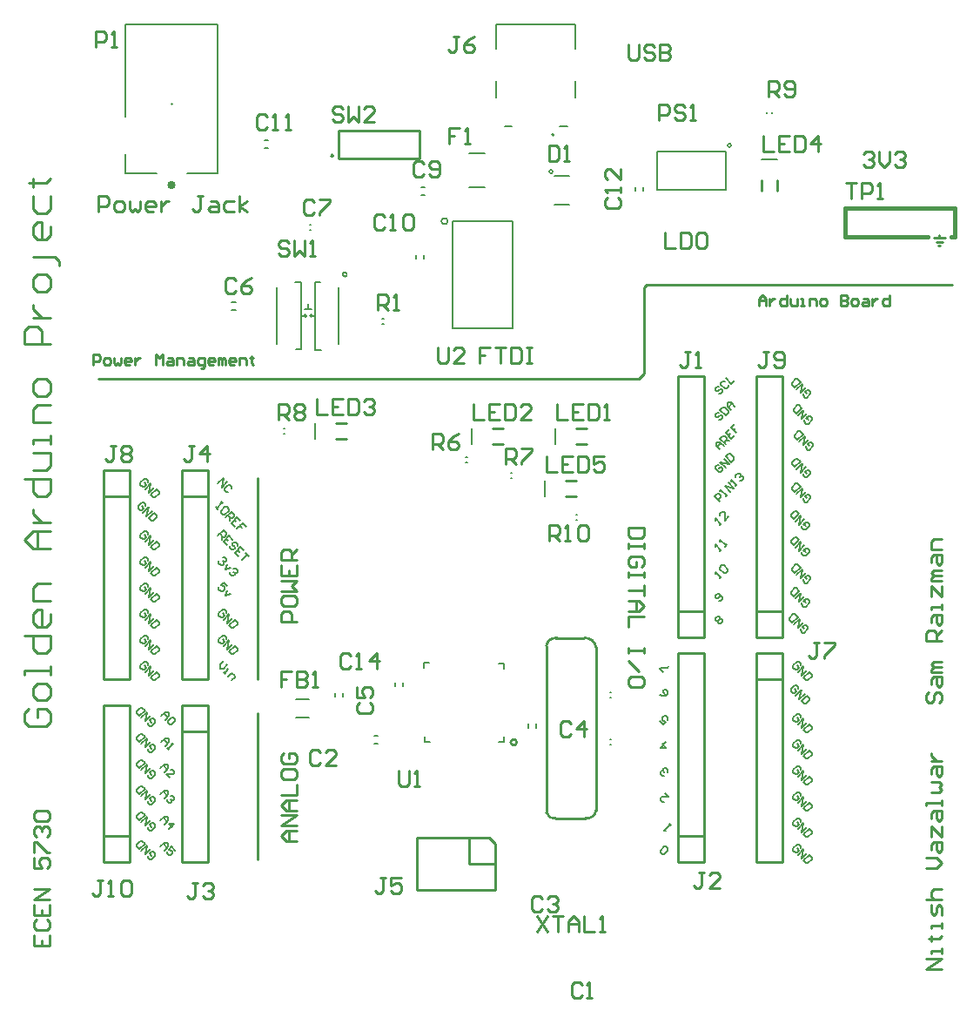
<source format=gto>
G04*
G04 #@! TF.GenerationSoftware,Altium Limited,Altium Designer,20.1.14 (287)*
G04*
G04 Layer_Color=65535*
%FSLAX25Y25*%
%MOIN*%
G70*
G04*
G04 #@! TF.SameCoordinates,6D664569-D151-4749-B7FC-417D050C6B8F*
G04*
G04*
G04 #@! TF.FilePolarity,Positive*
G04*
G01*
G75*
%ADD10C,0.01000*%
%ADD11C,0.00600*%
%ADD12C,0.00700*%
%ADD13C,0.01575*%
%ADD14C,0.00787*%
%ADD15C,0.00800*%
%ADD16C,0.01500*%
%ADD17C,0.00500*%
D10*
X203118Y101000D02*
G03*
X203118Y101000I-1118J0D01*
G01*
X214500Y74152D02*
G03*
X218000Y71902I2875J625D01*
G01*
X218500Y140902D02*
G03*
X214500Y137902I-500J-3500D01*
G01*
X229500Y71902D02*
G03*
X233500Y74902I500J3500D01*
G01*
X233500Y137402D02*
G03*
X229000Y140902I-4000J-500D01*
G01*
X132894Y325504D02*
G03*
X132894Y325504I-394J0D01*
G01*
X104000Y56000D02*
Y112000D01*
Y125000D02*
Y202000D01*
X75000Y115000D02*
X80000D01*
X75000Y105000D02*
Y115000D01*
Y105000D02*
X85000D01*
Y55000D02*
Y105000D01*
X75000Y55000D02*
X85000D01*
X75000D02*
Y105000D01*
X85000D02*
Y115000D01*
X80000D02*
X85000D01*
X45000Y55000D02*
X50000D01*
X45000D02*
Y65000D01*
X55000D02*
Y115000D01*
X45000D02*
X55000D01*
X45000Y65000D02*
Y115000D01*
Y65000D02*
X55000D01*
Y55000D02*
Y65000D01*
X50000Y55000D02*
X55000D01*
X253000Y276000D02*
X370000D01*
X252000Y275000D02*
X253000Y276000D01*
X252000Y242000D02*
Y275000D01*
X250000Y240000D02*
X252000Y242000D01*
X43000Y240000D02*
X250000D01*
X218000Y140902D02*
X229000D01*
X214500Y137902D02*
X214500Y74152D01*
X233500Y74902D02*
Y137402D01*
X229500Y71902D02*
Y71902D01*
X218000Y71902D02*
X229500D01*
X195000Y44500D02*
Y62000D01*
X192500Y64500D02*
X195000Y62000D01*
X165000Y64500D02*
X192500D01*
X185000Y54500D02*
X195000D01*
X185000D02*
Y64500D01*
X165000Y44500D02*
X195000D01*
X165000D02*
Y64500D01*
X265000Y65000D02*
X275000D01*
X265000Y55000D02*
Y135000D01*
Y55000D02*
X275000D01*
Y135000D01*
X265000D02*
X275000D01*
X362750Y294000D02*
X367250D01*
X365000D02*
Y295027D01*
X363750Y292500D02*
X366250D01*
X364523Y291000D02*
X365250D01*
X135000Y335000D02*
X166000D01*
Y324500D02*
Y335000D01*
X135000Y324500D02*
Y335000D01*
Y324500D02*
X166000D01*
X70900Y345330D02*
Y345361D01*
X221900Y201000D02*
X225900D01*
X221900Y195000D02*
X225900D01*
X303000Y312100D02*
Y316100D01*
X297000Y312100D02*
Y316100D01*
X133900Y223000D02*
X137900D01*
X133900Y217000D02*
X137900D01*
X193900Y221000D02*
X197900D01*
X193900Y215000D02*
X197900D01*
X225900Y221000D02*
X229900D01*
X225900Y215000D02*
X229900D01*
X295000Y151000D02*
Y241000D01*
X305000Y141000D02*
Y231000D01*
X295000Y141000D02*
X305000D01*
X295000D02*
Y231000D01*
Y151000D02*
X305000D01*
Y241000D01*
X295000D02*
X305000D01*
X45000Y195000D02*
X55000D01*
Y125000D02*
Y205000D01*
X45000D02*
X55000D01*
X45000Y125000D02*
Y205000D01*
Y125000D02*
X55000D01*
X295000Y55000D02*
X305000D01*
X295000D02*
Y135000D01*
X305000D01*
Y55000D02*
Y135000D01*
X295000Y125000D02*
X305000D01*
X75000D02*
X85000D01*
X75000D02*
Y205000D01*
X85000D01*
Y125000D02*
Y205000D01*
X75000Y195000D02*
X85000D01*
X265000Y241000D02*
X275000D01*
Y151000D02*
Y241000D01*
X265000Y151000D02*
X275000D01*
X265000Y141000D02*
Y231000D01*
Y141000D02*
X275000D01*
Y231000D01*
X265000Y151000D02*
Y241000D01*
X296000Y268000D02*
Y270666D01*
X297333Y271999D01*
X298666Y270666D01*
Y268000D01*
Y269999D01*
X296000D01*
X299999Y270666D02*
Y268000D01*
Y269333D01*
X300665Y269999D01*
X301332Y270666D01*
X301998D01*
X306663Y271999D02*
Y268000D01*
X304664D01*
X303997Y268666D01*
Y269999D01*
X304664Y270666D01*
X306663D01*
X307996D02*
Y268666D01*
X308663Y268000D01*
X310662D01*
Y270666D01*
X311995Y268000D02*
X313328D01*
X312661D01*
Y270666D01*
X311995D01*
X315327Y268000D02*
Y270666D01*
X317326D01*
X317993Y269999D01*
Y268000D01*
X319992D02*
X321325D01*
X321992Y268666D01*
Y269999D01*
X321325Y270666D01*
X319992D01*
X319326Y269999D01*
Y268666D01*
X319992Y268000D01*
X327323Y271999D02*
Y268000D01*
X329323D01*
X329989Y268666D01*
Y269333D01*
X329323Y269999D01*
X327323D01*
X329323D01*
X329989Y270666D01*
Y271332D01*
X329323Y271999D01*
X327323D01*
X331988Y268000D02*
X333321D01*
X333988Y268666D01*
Y269999D01*
X333321Y270666D01*
X331988D01*
X331322Y269999D01*
Y268666D01*
X331988Y268000D01*
X335987Y270666D02*
X337320D01*
X337986Y269999D01*
Y268000D01*
X335987D01*
X335321Y268666D01*
X335987Y269333D01*
X337986D01*
X339319Y270666D02*
Y268000D01*
Y269333D01*
X339986Y269999D01*
X340652Y270666D01*
X341319D01*
X345984Y271999D02*
Y268000D01*
X343985D01*
X343318Y268666D01*
Y269999D01*
X343985Y270666D01*
X345984D01*
X41000Y245333D02*
Y249332D01*
X42999D01*
X43666Y248665D01*
Y247332D01*
X42999Y246666D01*
X41000D01*
X45665Y245333D02*
X46998D01*
X47664Y245999D01*
Y247332D01*
X46998Y247999D01*
X45665D01*
X44999Y247332D01*
Y245999D01*
X45665Y245333D01*
X48997Y247999D02*
Y245999D01*
X49664Y245333D01*
X50330Y245999D01*
X50997Y245333D01*
X51663Y245999D01*
Y247999D01*
X54996Y245333D02*
X53663D01*
X52996Y245999D01*
Y247332D01*
X53663Y247999D01*
X54996D01*
X55662Y247332D01*
Y246666D01*
X52996D01*
X56995Y247999D02*
Y245333D01*
Y246666D01*
X57661Y247332D01*
X58328Y247999D01*
X58994D01*
X64992Y245333D02*
Y249332D01*
X66325Y247999D01*
X67658Y249332D01*
Y245333D01*
X69657Y247999D02*
X70990D01*
X71657Y247332D01*
Y245333D01*
X69657D01*
X68991Y245999D01*
X69657Y246666D01*
X71657D01*
X72990Y245333D02*
Y247999D01*
X74989D01*
X75656Y247332D01*
Y245333D01*
X77655Y247999D02*
X78988D01*
X79654Y247332D01*
Y245333D01*
X77655D01*
X76988Y245999D01*
X77655Y246666D01*
X79654D01*
X82320Y244000D02*
X82986D01*
X83653Y244666D01*
Y247999D01*
X81653D01*
X80987Y247332D01*
Y245999D01*
X81653Y245333D01*
X83653D01*
X86985D02*
X85652D01*
X84986Y245999D01*
Y247332D01*
X85652Y247999D01*
X86985D01*
X87652Y247332D01*
Y246666D01*
X84986D01*
X88985Y245333D02*
Y247999D01*
X89651D01*
X90317Y247332D01*
Y245333D01*
Y247332D01*
X90984Y247999D01*
X91650Y247332D01*
Y245333D01*
X94983D02*
X93650D01*
X92983Y245999D01*
Y247332D01*
X93650Y247999D01*
X94983D01*
X95649Y247332D01*
Y246666D01*
X92983D01*
X96982Y245333D02*
Y247999D01*
X98981D01*
X99648Y247332D01*
Y245333D01*
X101647Y248665D02*
Y247999D01*
X100981D01*
X102313D01*
X101647D01*
Y245999D01*
X102313Y245333D01*
X251998Y183000D02*
X246000D01*
Y180001D01*
X247000Y179001D01*
X250998D01*
X251998Y180001D01*
Y183000D01*
Y177002D02*
Y175003D01*
Y176002D01*
X246000D01*
Y177002D01*
Y175003D01*
X250998Y168005D02*
X251998Y169004D01*
Y171004D01*
X250998Y172004D01*
X247000D01*
X246000Y171004D01*
Y169004D01*
X247000Y168005D01*
X248999D01*
Y170004D01*
X251998Y166006D02*
Y164006D01*
Y165006D01*
X246000D01*
Y166006D01*
Y164006D01*
X251998Y161007D02*
Y157008D01*
Y159008D01*
X246000D01*
Y155009D02*
X249999D01*
X251998Y153010D01*
X249999Y151010D01*
X246000D01*
X248999D01*
Y155009D01*
X251998Y149011D02*
X246000D01*
Y145012D01*
X251998Y137015D02*
Y135015D01*
Y136015D01*
X246000D01*
Y137015D01*
Y135015D01*
Y132017D02*
X249999Y128018D01*
X251998Y123019D02*
Y125019D01*
X250998Y126018D01*
X247000D01*
X246000Y125019D01*
Y123019D01*
X247000Y122020D01*
X250998D01*
X251998Y123019D01*
X119000Y63000D02*
X115001D01*
X113002Y64999D01*
X115001Y66999D01*
X119000D01*
X116001D01*
Y63000D01*
X119000Y68998D02*
X113002D01*
X119000Y72997D01*
X113002D01*
X119000Y74996D02*
X115001D01*
X113002Y76995D01*
X115001Y78995D01*
X119000D01*
X116001D01*
Y74996D01*
X113002Y80994D02*
X119000D01*
Y84993D01*
X113002Y89991D02*
Y87992D01*
X114002Y86992D01*
X118000D01*
X119000Y87992D01*
Y89991D01*
X118000Y90991D01*
X114002D01*
X113002Y89991D01*
X114002Y96989D02*
X113002Y95989D01*
Y93990D01*
X114002Y92990D01*
X118000D01*
X119000Y93990D01*
Y95989D01*
X118000Y96989D01*
X116001D01*
Y94990D01*
X119000Y147000D02*
X113002D01*
Y149999D01*
X114002Y150999D01*
X116001D01*
X117001Y149999D01*
Y147000D01*
X113002Y155997D02*
Y153998D01*
X114002Y152998D01*
X118000D01*
X119000Y153998D01*
Y155997D01*
X118000Y156997D01*
X114002D01*
X113002Y155997D01*
Y158996D02*
X119000D01*
X117001Y160995D01*
X119000Y162995D01*
X113002D01*
Y168993D02*
Y164994D01*
X119000D01*
Y168993D01*
X116001Y164994D02*
Y166993D01*
X119000Y170992D02*
X113002D01*
Y173991D01*
X114002Y174991D01*
X116001D01*
X117001Y173991D01*
Y170992D01*
Y172992D02*
X119000Y174991D01*
X81000Y46999D02*
X79001D01*
X80001D01*
Y42001D01*
X79001Y41001D01*
X78001D01*
X77002Y42001D01*
X83000Y45999D02*
X83999Y46999D01*
X85999D01*
X86998Y45999D01*
Y45000D01*
X85999Y44000D01*
X84999D01*
X85999D01*
X86998Y43000D01*
Y42001D01*
X85999Y41001D01*
X83999D01*
X83000Y42001D01*
X44501Y47999D02*
X42502D01*
X43501D01*
Y43001D01*
X42502Y42001D01*
X41502D01*
X40502Y43001D01*
X46501Y42001D02*
X48500D01*
X47500D01*
Y47999D01*
X46501Y46999D01*
X51499D02*
X52499Y47999D01*
X54498D01*
X55498Y46999D01*
Y43001D01*
X54498Y42001D01*
X52499D01*
X51499Y43001D01*
Y46999D01*
X16337Y113664D02*
X14671Y111998D01*
Y108666D01*
X16337Y107000D01*
X23002D01*
X24668Y108666D01*
Y111998D01*
X23002Y113664D01*
X19669D01*
Y110332D01*
X24668Y118663D02*
Y121995D01*
X23002Y123661D01*
X19669D01*
X18003Y121995D01*
Y118663D01*
X19669Y116997D01*
X23002D01*
X24668Y118663D01*
Y126994D02*
Y130326D01*
Y128660D01*
X14671D01*
Y126994D01*
Y141989D02*
X24668D01*
Y136990D01*
X23002Y135324D01*
X19669D01*
X18003Y136990D01*
Y141989D01*
X24668Y150319D02*
Y146987D01*
X23002Y145321D01*
X19669D01*
X18003Y146987D01*
Y150319D01*
X19669Y151986D01*
X21336D01*
Y145321D01*
X24668Y155318D02*
X18003D01*
Y160316D01*
X19669Y161982D01*
X24668D01*
Y175311D02*
X18003D01*
X14671Y178644D01*
X18003Y181976D01*
X24668D01*
X19669D01*
Y175311D01*
X18003Y185308D02*
X24668D01*
X21336D01*
X19669Y186974D01*
X18003Y188640D01*
Y190306D01*
X14671Y201969D02*
X24668D01*
Y196971D01*
X23002Y195305D01*
X19669D01*
X18003Y196971D01*
Y201969D01*
Y205302D02*
X23002D01*
X24668Y206968D01*
Y211966D01*
X18003D01*
X24668Y215298D02*
Y218631D01*
Y216965D01*
X18003D01*
Y215298D01*
X24668Y223629D02*
X18003D01*
Y228627D01*
X19669Y230293D01*
X24668D01*
Y235292D02*
Y238624D01*
X23002Y240290D01*
X19669D01*
X18003Y238624D01*
Y235292D01*
X19669Y233626D01*
X23002D01*
X24668Y235292D01*
Y253619D02*
X14671D01*
Y258618D01*
X16337Y260284D01*
X19669D01*
X21336Y258618D01*
Y253619D01*
X18003Y263616D02*
X24668D01*
X21336D01*
X19669Y265282D01*
X18003Y266948D01*
Y268614D01*
X24668Y275279D02*
Y278611D01*
X23002Y280277D01*
X19669D01*
X18003Y278611D01*
Y275279D01*
X19669Y273613D01*
X23002D01*
X24668Y275279D01*
X28000Y283610D02*
Y285276D01*
X26334Y286942D01*
X18003D01*
X24668Y298605D02*
Y295272D01*
X23002Y293606D01*
X19669D01*
X18003Y295272D01*
Y298605D01*
X19669Y300271D01*
X21336D01*
Y293606D01*
X18003Y310268D02*
Y305269D01*
X19669Y303603D01*
X23002D01*
X24668Y305269D01*
Y310268D01*
X16337Y315266D02*
X18003D01*
Y313600D01*
Y316932D01*
Y315266D01*
X23002D01*
X24668Y316932D01*
X158001Y89999D02*
Y85001D01*
X159001Y84001D01*
X161000D01*
X162000Y85001D01*
Y89999D01*
X163999Y84001D02*
X165999D01*
X164999D01*
Y89999D01*
X163999Y88999D01*
X192999Y251998D02*
X189000D01*
Y248999D01*
X190999D01*
X189000D01*
Y246000D01*
X194998Y251998D02*
X198997D01*
X196997D01*
Y246000D01*
X200996Y251998D02*
Y246000D01*
X203995D01*
X204995Y247000D01*
Y250998D01*
X203995Y251998D01*
X200996D01*
X206994D02*
X208994D01*
X207994D01*
Y246000D01*
X206994D01*
X208994D01*
X173002Y251998D02*
Y247000D01*
X174001Y246000D01*
X176001D01*
X177000Y247000D01*
Y251998D01*
X182998Y246000D02*
X179000D01*
X182998Y249999D01*
Y250998D01*
X181999Y251998D01*
X179999D01*
X179000Y250998D01*
X152501Y301999D02*
X151502Y302999D01*
X149502D01*
X148502Y301999D01*
Y298001D01*
X149502Y297001D01*
X151502D01*
X152501Y298001D01*
X154500Y297001D02*
X156500D01*
X155500D01*
Y302999D01*
X154500Y301999D01*
X159499D02*
X160499Y302999D01*
X162498D01*
X163498Y301999D01*
Y298001D01*
X162498Y297001D01*
X160499D01*
X159499Y298001D01*
Y301999D01*
X336000Y325998D02*
X337000Y326998D01*
X338999D01*
X339999Y325998D01*
Y324999D01*
X338999Y323999D01*
X337999D01*
X338999D01*
X339999Y322999D01*
Y322000D01*
X338999Y321000D01*
X337000D01*
X336000Y322000D01*
X341998Y326998D02*
Y322999D01*
X343997Y321000D01*
X345997Y322999D01*
Y326998D01*
X347996Y325998D02*
X348996Y326998D01*
X350995D01*
X351995Y325998D01*
Y324999D01*
X350995Y323999D01*
X349995D01*
X350995D01*
X351995Y322999D01*
Y322000D01*
X350995Y321000D01*
X348996D01*
X347996Y322000D01*
X260000Y295998D02*
Y290000D01*
X263999D01*
X265998Y295998D02*
Y290000D01*
X268997D01*
X269997Y291000D01*
Y294998D01*
X268997Y295998D01*
X265998D01*
X274995D02*
X272996D01*
X271996Y294998D01*
Y291000D01*
X272996Y290000D01*
X274995D01*
X275995Y291000D01*
Y294998D01*
X274995Y295998D01*
X246000Y367998D02*
Y363000D01*
X247000Y362000D01*
X248999D01*
X249999Y363000D01*
Y367998D01*
X255997Y366998D02*
X254997Y367998D01*
X252998D01*
X251998Y366998D01*
Y365999D01*
X252998Y364999D01*
X254997D01*
X255997Y363999D01*
Y363000D01*
X254997Y362000D01*
X252998D01*
X251998Y363000D01*
X257996Y367998D02*
Y362000D01*
X260995D01*
X261995Y363000D01*
Y363999D01*
X260995Y364999D01*
X257996D01*
X260995D01*
X261995Y365999D01*
Y366998D01*
X260995Y367998D01*
X257996D01*
X43000Y304000D02*
Y309998D01*
X45999D01*
X46999Y308998D01*
Y306999D01*
X45999Y305999D01*
X43000D01*
X49998Y304000D02*
X51997D01*
X52997Y305000D01*
Y306999D01*
X51997Y307999D01*
X49998D01*
X48998Y306999D01*
Y305000D01*
X49998Y304000D01*
X54996Y307999D02*
Y305000D01*
X55996Y304000D01*
X56995Y305000D01*
X57995Y304000D01*
X58995Y305000D01*
Y307999D01*
X63993Y304000D02*
X61994D01*
X60994Y305000D01*
Y306999D01*
X61994Y307999D01*
X63993D01*
X64993Y306999D01*
Y305999D01*
X60994D01*
X66992Y307999D02*
Y304000D01*
Y305999D01*
X67992Y306999D01*
X68992Y307999D01*
X69991D01*
X82987Y309998D02*
X80988D01*
X81987D01*
Y305000D01*
X80988Y304000D01*
X79988D01*
X78988Y305000D01*
X85986Y307999D02*
X87985D01*
X88985Y306999D01*
Y304000D01*
X85986D01*
X84986Y305000D01*
X85986Y305999D01*
X88985D01*
X94983Y307999D02*
X91984D01*
X90984Y306999D01*
Y305000D01*
X91984Y304000D01*
X94983D01*
X96983D02*
Y309998D01*
Y305999D02*
X99982Y307999D01*
X96983Y305999D02*
X99982Y304000D01*
X361002Y119999D02*
X360002Y118999D01*
Y117000D01*
X361002Y116000D01*
X362001D01*
X363001Y117000D01*
Y118999D01*
X364001Y119999D01*
X365000D01*
X366000Y118999D01*
Y117000D01*
X365000Y116000D01*
X362001Y122998D02*
Y124997D01*
X363001Y125997D01*
X366000D01*
Y122998D01*
X365000Y121998D01*
X364001Y122998D01*
Y125997D01*
X366000Y127996D02*
X362001D01*
Y128996D01*
X363001Y129996D01*
X366000D01*
X363001D01*
X362001Y130995D01*
X363001Y131995D01*
X366000D01*
Y139992D02*
X360002D01*
Y142991D01*
X361002Y143991D01*
X363001D01*
X364001Y142991D01*
Y139992D01*
Y141992D02*
X366000Y143991D01*
X362001Y146990D02*
Y148989D01*
X363001Y149989D01*
X366000D01*
Y146990D01*
X365000Y145990D01*
X364001Y146990D01*
Y149989D01*
X366000Y151988D02*
Y153988D01*
Y152988D01*
X362001D01*
Y151988D01*
Y156987D02*
Y160985D01*
X366000Y156987D01*
Y160985D01*
Y162985D02*
X362001D01*
Y163985D01*
X363001Y164984D01*
X366000D01*
X363001D01*
X362001Y165984D01*
X363001Y166983D01*
X366000D01*
X362001Y169983D02*
Y171982D01*
X363001Y172982D01*
X366000D01*
Y169983D01*
X365000Y168983D01*
X364001Y169983D01*
Y172982D01*
X366000Y174981D02*
X362001D01*
Y177980D01*
X363001Y178980D01*
X366000D01*
Y14000D02*
X360002D01*
X366000Y17999D01*
X360002D01*
X366000Y19998D02*
Y21997D01*
Y20998D01*
X362001D01*
Y19998D01*
X361002Y25996D02*
X362001D01*
Y24996D01*
Y26996D01*
Y25996D01*
X365000D01*
X366000Y26996D01*
Y29995D02*
Y31994D01*
Y30994D01*
X362001D01*
Y29995D01*
X366000Y34993D02*
Y37992D01*
X365000Y38992D01*
X364001Y37992D01*
Y35993D01*
X363001Y34993D01*
X362001Y35993D01*
Y38992D01*
X360002Y40991D02*
X366000D01*
X363001D01*
X362001Y41991D01*
Y43990D01*
X363001Y44990D01*
X366000D01*
X360002Y52987D02*
X364001D01*
X366000Y54987D01*
X364001Y56986D01*
X360002D01*
X362001Y59985D02*
Y61984D01*
X363001Y62984D01*
X366000D01*
Y59985D01*
X365000Y58985D01*
X364001Y59985D01*
Y62984D01*
X362001Y64983D02*
Y68982D01*
X366000Y64983D01*
Y68982D01*
X362001Y71981D02*
Y73981D01*
X363001Y74980D01*
X366000D01*
Y71981D01*
X365000Y70982D01*
X364001Y71981D01*
Y74980D01*
X366000Y76980D02*
Y78979D01*
Y77979D01*
X360002D01*
Y76980D01*
X362001Y81978D02*
X365000D01*
X366000Y82978D01*
X365000Y83977D01*
X366000Y84977D01*
X365000Y85977D01*
X362001D01*
Y88976D02*
Y90975D01*
X363001Y91975D01*
X366000D01*
Y88976D01*
X365000Y87976D01*
X364001Y88976D01*
Y91975D01*
X362001Y93974D02*
X366000D01*
X364001D01*
X363001Y94974D01*
X362001Y95973D01*
Y96973D01*
X18336Y26999D02*
Y23000D01*
X24335D01*
Y26999D01*
X21336Y23000D02*
Y24999D01*
X19336Y32997D02*
X18336Y31997D01*
Y29998D01*
X19336Y28998D01*
X23335D01*
X24335Y29998D01*
Y31997D01*
X23335Y32997D01*
X18336Y38995D02*
Y34996D01*
X24335D01*
Y38995D01*
X21336Y34996D02*
Y36996D01*
X24335Y40994D02*
X18336D01*
X24335Y44993D01*
X18336D01*
Y56989D02*
Y52990D01*
X21336D01*
X20336Y54990D01*
Y55989D01*
X21336Y56989D01*
X23335D01*
X24335Y55989D01*
Y53990D01*
X23335Y52990D01*
X18336Y58988D02*
Y62987D01*
X19336D01*
X23335Y58988D01*
X24335D01*
X19336Y64986D02*
X18336Y65986D01*
Y67985D01*
X19336Y68985D01*
X20336D01*
X21336Y67985D01*
Y66986D01*
Y67985D01*
X22335Y68985D01*
X23335D01*
X24335Y67985D01*
Y65986D01*
X23335Y64986D01*
X19336Y70985D02*
X18336Y71984D01*
Y73984D01*
X19336Y74983D01*
X23335D01*
X24335Y73984D01*
Y71984D01*
X23335Y70985D01*
X19336D01*
X171002Y213001D02*
Y218999D01*
X174001D01*
X175000Y217999D01*
Y216000D01*
X174001Y215000D01*
X171002D01*
X173001D02*
X175000Y213001D01*
X180998Y218999D02*
X178999Y217999D01*
X177000Y216000D01*
Y214001D01*
X177999Y213001D01*
X179999D01*
X180998Y214001D01*
Y215000D01*
X179999Y216000D01*
X177000D01*
X224000Y107999D02*
X223001Y108999D01*
X221001D01*
X220002Y107999D01*
Y104001D01*
X221001Y103001D01*
X223001D01*
X224000Y104001D01*
X228999Y103001D02*
Y108999D01*
X226000Y106000D01*
X229998D01*
X211004Y34401D02*
X215003Y28403D01*
Y34401D02*
X211004Y28403D01*
X217002Y34401D02*
X221001D01*
X219002D01*
Y28403D01*
X223000D02*
Y32401D01*
X225000Y34401D01*
X226999Y32401D01*
Y28403D01*
Y31402D01*
X223000D01*
X228998Y34401D02*
Y28403D01*
X232997D01*
X234997D02*
X236996D01*
X235996D01*
Y34401D01*
X234997Y33401D01*
X228063Y7999D02*
X227063Y8999D01*
X225064D01*
X224064Y7999D01*
Y4001D01*
X225064Y3001D01*
X227063D01*
X228063Y4001D01*
X230062Y3001D02*
X232062D01*
X231062D01*
Y8999D01*
X230062Y7999D01*
X153000Y48999D02*
X151001D01*
X152001D01*
Y44001D01*
X151001Y43001D01*
X150001D01*
X149002Y44001D01*
X158998Y48999D02*
X155000D01*
Y46000D01*
X156999Y47000D01*
X157999D01*
X158998Y46000D01*
Y44001D01*
X157999Y43001D01*
X155999D01*
X155000Y44001D01*
X213000Y40999D02*
X212001Y41999D01*
X210001D01*
X209002Y40999D01*
Y37001D01*
X210001Y36001D01*
X212001D01*
X213000Y37001D01*
X215000Y40999D02*
X215999Y41999D01*
X217999D01*
X218998Y40999D01*
Y40000D01*
X217999Y39000D01*
X216999D01*
X217999D01*
X218998Y38000D01*
Y37001D01*
X217999Y36001D01*
X215999D01*
X215000Y37001D01*
X275000Y50999D02*
X273001D01*
X274001D01*
Y46001D01*
X273001Y45001D01*
X272001D01*
X271002Y46001D01*
X280998Y45001D02*
X277000D01*
X280998Y49000D01*
Y49999D01*
X279999Y50999D01*
X277999D01*
X277000Y49999D01*
X117001Y127999D02*
X113002D01*
Y125000D01*
X115002D01*
X113002D01*
Y122001D01*
X119000Y127999D02*
Y122001D01*
X121999D01*
X122999Y123001D01*
Y124000D01*
X121999Y125000D01*
X119000D01*
X121999D01*
X122999Y126000D01*
Y126999D01*
X121999Y127999D01*
X119000D01*
X124998Y122001D02*
X126998D01*
X125998D01*
Y127999D01*
X124998Y126999D01*
X215396Y329448D02*
Y323450D01*
X218395D01*
X219395Y324450D01*
Y328448D01*
X218395Y329448D01*
X215396D01*
X221394Y323450D02*
X223394D01*
X222394D01*
Y329448D01*
X221394Y328448D01*
X329200Y315198D02*
X333199D01*
X331199D01*
Y309200D01*
X335198D02*
Y315198D01*
X338197D01*
X339197Y314198D01*
Y312199D01*
X338197Y311199D01*
X335198D01*
X341196Y309200D02*
X343196D01*
X342196D01*
Y315198D01*
X341196Y314198D01*
X136599Y343498D02*
X135599Y344498D01*
X133600D01*
X132600Y343498D01*
Y342499D01*
X133600Y341499D01*
X135599D01*
X136599Y340499D01*
Y339500D01*
X135599Y338500D01*
X133600D01*
X132600Y339500D01*
X138598Y344498D02*
Y338500D01*
X140597Y340499D01*
X142597Y338500D01*
Y344498D01*
X148595Y338500D02*
X144596D01*
X148595Y342499D01*
Y343498D01*
X147595Y344498D01*
X145596D01*
X144596Y343498D01*
X115899Y292298D02*
X114899Y293298D01*
X112900D01*
X111900Y292298D01*
Y291299D01*
X112900Y290299D01*
X114899D01*
X115899Y289299D01*
Y288300D01*
X114899Y287300D01*
X112900D01*
X111900Y288300D01*
X117898Y293298D02*
Y287300D01*
X119897Y289299D01*
X121897Y287300D01*
Y293298D01*
X123896Y287300D02*
X125896D01*
X124896D01*
Y293298D01*
X123896Y292298D01*
X215565Y178001D02*
Y183999D01*
X218564D01*
X219564Y182999D01*
Y181000D01*
X218564Y180000D01*
X215565D01*
X217565D02*
X219564Y178001D01*
X221564D02*
X223563D01*
X222563D01*
Y183999D01*
X221564Y182999D01*
X226562D02*
X227561Y183999D01*
X229561D01*
X230561Y182999D01*
Y179001D01*
X229561Y178001D01*
X227561D01*
X226562Y179001D01*
Y182999D01*
X299600Y348100D02*
Y354098D01*
X302599D01*
X303599Y353098D01*
Y351099D01*
X302599Y350099D01*
X299600D01*
X301599D02*
X303599Y348100D01*
X305598Y349100D02*
X306598Y348100D01*
X308597D01*
X309597Y349100D01*
Y353098D01*
X308597Y354098D01*
X306598D01*
X305598Y353098D01*
Y352099D01*
X306598Y351099D01*
X309597D01*
X111913Y224350D02*
Y230348D01*
X114912D01*
X115912Y229348D01*
Y227349D01*
X114912Y226349D01*
X111913D01*
X113912D02*
X115912Y224350D01*
X117911Y229348D02*
X118911Y230348D01*
X120910D01*
X121910Y229348D01*
Y228349D01*
X120910Y227349D01*
X121910Y226349D01*
Y225350D01*
X120910Y224350D01*
X118911D01*
X117911Y225350D01*
Y226349D01*
X118911Y227349D01*
X117911Y228349D01*
Y229348D01*
X118911Y227349D02*
X120910D01*
X198913Y207350D02*
Y213348D01*
X201912D01*
X202912Y212348D01*
Y210349D01*
X201912Y209349D01*
X198913D01*
X200912D02*
X202912Y207350D01*
X204911Y213348D02*
X208910D01*
Y212348D01*
X204911Y208350D01*
Y207350D01*
X149850Y266350D02*
Y272348D01*
X152849D01*
X153849Y271348D01*
Y269349D01*
X152849Y268349D01*
X149850D01*
X151849D02*
X153849Y266350D01*
X155848D02*
X157847D01*
X156848D01*
Y272348D01*
X155848Y271348D01*
X257450Y339050D02*
Y345048D01*
X260449D01*
X261449Y344048D01*
Y342049D01*
X260449Y341049D01*
X257450D01*
X267447Y344048D02*
X266447Y345048D01*
X264448D01*
X263448Y344048D01*
Y343049D01*
X264448Y342049D01*
X266447D01*
X267447Y341049D01*
Y340050D01*
X266447Y339050D01*
X264448D01*
X263448Y340050D01*
X269446Y339050D02*
X271445D01*
X270446D01*
Y345048D01*
X269446Y344048D01*
X42001Y367001D02*
Y372999D01*
X45000D01*
X46000Y371999D01*
Y370000D01*
X45000Y369000D01*
X42001D01*
X47999Y367001D02*
X49999D01*
X48999D01*
Y372999D01*
X47999Y371999D01*
X214700Y210598D02*
Y204600D01*
X218699D01*
X224697Y210598D02*
X220698D01*
Y204600D01*
X224697D01*
X220698Y207599D02*
X222697D01*
X226696Y210598D02*
Y204600D01*
X229695D01*
X230695Y205600D01*
Y209598D01*
X229695Y210598D01*
X226696D01*
X236693D02*
X232694D01*
Y207599D01*
X234694Y208599D01*
X235693D01*
X236693Y207599D01*
Y205600D01*
X235693Y204600D01*
X233694D01*
X232694Y205600D01*
X297450Y333248D02*
Y327250D01*
X301449D01*
X307447Y333248D02*
X303448D01*
Y327250D01*
X307447D01*
X303448Y330249D02*
X305447D01*
X309446Y333248D02*
Y327250D01*
X312445D01*
X313445Y328250D01*
Y332248D01*
X312445Y333248D01*
X309446D01*
X318443Y327250D02*
Y333248D01*
X315444Y330249D01*
X319443D01*
X126700Y232598D02*
Y226600D01*
X130699D01*
X136697Y232598D02*
X132698D01*
Y226600D01*
X136697D01*
X132698Y229599D02*
X134697D01*
X138696Y232598D02*
Y226600D01*
X141695D01*
X142695Y227600D01*
Y231598D01*
X141695Y232598D01*
X138696D01*
X144694Y231598D02*
X145694Y232598D01*
X147693D01*
X148693Y231598D01*
Y230599D01*
X147693Y229599D01*
X146694D01*
X147693D01*
X148693Y228599D01*
Y227600D01*
X147693Y226600D01*
X145694D01*
X144694Y227600D01*
X186700Y230598D02*
Y224600D01*
X190699D01*
X196697Y230598D02*
X192698D01*
Y224600D01*
X196697D01*
X192698Y227599D02*
X194697D01*
X198696Y230598D02*
Y224600D01*
X201695D01*
X202695Y225600D01*
Y229598D01*
X201695Y230598D01*
X198696D01*
X208693Y224600D02*
X204694D01*
X208693Y228599D01*
Y229598D01*
X207693Y230598D01*
X205694D01*
X204694Y229598D01*
X218700Y230598D02*
Y224600D01*
X222699D01*
X228697Y230598D02*
X224698D01*
Y224600D01*
X228697D01*
X224698Y227599D02*
X226697D01*
X230696Y230598D02*
Y224600D01*
X233695D01*
X234695Y225600D01*
Y229598D01*
X233695Y230598D01*
X230696D01*
X236694Y224600D02*
X238693D01*
X237694D01*
Y230598D01*
X236694Y229598D01*
X299449Y250448D02*
X297449D01*
X298449D01*
Y245450D01*
X297449Y244450D01*
X296450D01*
X295450Y245450D01*
X301448D02*
X302448Y244450D01*
X304447D01*
X305447Y245450D01*
Y249448D01*
X304447Y250448D01*
X302448D01*
X301448Y249448D01*
Y248449D01*
X302448Y247449D01*
X305447D01*
X49499Y214498D02*
X47499D01*
X48499D01*
Y209500D01*
X47499Y208500D01*
X46500D01*
X45500Y209500D01*
X51498Y213498D02*
X52498Y214498D01*
X54497D01*
X55497Y213498D01*
Y212499D01*
X54497Y211499D01*
X55497Y210499D01*
Y209500D01*
X54497Y208500D01*
X52498D01*
X51498Y209500D01*
Y210499D01*
X52498Y211499D01*
X51498Y212499D01*
Y213498D01*
X52498Y211499D02*
X54497D01*
X319000Y138999D02*
X317001D01*
X318001D01*
Y134001D01*
X317001Y133001D01*
X316001D01*
X315002Y134001D01*
X321000Y138999D02*
X324998D01*
Y137999D01*
X321000Y134001D01*
Y133001D01*
X181000Y370999D02*
X179001D01*
X180001D01*
Y366001D01*
X179001Y365001D01*
X178001D01*
X177002Y366001D01*
X186998Y370999D02*
X184999Y369999D01*
X183000Y368000D01*
Y366001D01*
X183999Y365001D01*
X185999D01*
X186998Y366001D01*
Y367000D01*
X185999Y368000D01*
X183000D01*
X79498Y214456D02*
X77498D01*
X78498D01*
Y209457D01*
X77498Y208458D01*
X76499D01*
X75499Y209457D01*
X84496Y208458D02*
Y214456D01*
X81497Y211457D01*
X85496D01*
X269499Y250498D02*
X267499D01*
X268499D01*
Y245500D01*
X267499Y244500D01*
X266500D01*
X265500Y245500D01*
X271498Y244500D02*
X273497D01*
X272498D01*
Y250498D01*
X271498Y249498D01*
X181149Y336048D02*
X177150D01*
Y333049D01*
X179149D01*
X177150D01*
Y330050D01*
X183148D02*
X185147D01*
X184148D01*
Y336048D01*
X183148Y335048D01*
X139501Y133999D02*
X138502Y134999D01*
X136502D01*
X135502Y133999D01*
Y130001D01*
X136502Y129001D01*
X138502D01*
X139501Y130001D01*
X141500Y129001D02*
X143500D01*
X142500D01*
Y134999D01*
X141500Y133999D01*
X149498Y129001D02*
Y134999D01*
X146499Y132000D01*
X150498D01*
X238001Y309501D02*
X237001Y308502D01*
Y306502D01*
X238001Y305502D01*
X241999D01*
X242999Y306502D01*
Y308502D01*
X241999Y309501D01*
X242999Y311501D02*
Y313500D01*
Y312500D01*
X237001D01*
X238001Y311501D01*
X242999Y320498D02*
Y316499D01*
X239000Y320498D01*
X238001D01*
X237001Y319498D01*
Y317498D01*
X238001Y316499D01*
X107599Y340398D02*
X106599Y341398D01*
X104600D01*
X103600Y340398D01*
Y336400D01*
X104600Y335400D01*
X106599D01*
X107599Y336400D01*
X109598Y335400D02*
X111597D01*
X110598D01*
Y341398D01*
X109598Y340398D01*
X114596Y335400D02*
X116596D01*
X115596D01*
Y341398D01*
X114596Y340398D01*
X167599Y322398D02*
X166599Y323398D01*
X164600D01*
X163600Y322398D01*
Y318400D01*
X164600Y317400D01*
X166599D01*
X167599Y318400D01*
X169598D02*
X170598Y317400D01*
X172597D01*
X173597Y318400D01*
Y322398D01*
X172597Y323398D01*
X170598D01*
X169598Y322398D01*
Y321399D01*
X170598Y320399D01*
X173597D01*
X125499Y307798D02*
X124499Y308798D01*
X122500D01*
X121500Y307798D01*
Y303800D01*
X122500Y302800D01*
X124499D01*
X125499Y303800D01*
X127498Y308798D02*
X131497D01*
Y307798D01*
X127498Y303800D01*
Y302800D01*
X95549Y277948D02*
X94549Y278948D01*
X92550D01*
X91550Y277948D01*
Y273950D01*
X92550Y272950D01*
X94549D01*
X95549Y273950D01*
X101547Y278948D02*
X99547Y277948D01*
X97548Y275949D01*
Y273950D01*
X98548Y272950D01*
X100547D01*
X101547Y273950D01*
Y274949D01*
X100547Y275949D01*
X97548D01*
X143001Y116000D02*
X142001Y115001D01*
Y113001D01*
X143001Y112002D01*
X146999D01*
X147999Y113001D01*
Y115001D01*
X146999Y116000D01*
X142001Y121998D02*
Y118000D01*
X145000D01*
X144000Y119999D01*
Y120999D01*
X145000Y121998D01*
X146999D01*
X147999Y120999D01*
Y118999D01*
X146999Y118000D01*
X128000Y96999D02*
X127001Y97999D01*
X125001D01*
X124002Y96999D01*
Y93001D01*
X125001Y92001D01*
X127001D01*
X128000Y93001D01*
X133998Y92001D02*
X130000D01*
X133998Y96000D01*
Y96999D01*
X132999Y97999D01*
X130999D01*
X130000Y96999D01*
D11*
X176700Y300500D02*
G03*
X176700Y300500I-1200J0D01*
G01*
X216906Y319484D02*
G03*
X216906Y319484I-707J0D01*
G01*
X138106Y280100D02*
G03*
X138106Y280100I-806J0D01*
G01*
X285207Y329500D02*
G03*
X285207Y329500I-707J0D01*
G01*
X167500Y129500D02*
Y131500D01*
X169500D01*
X198394Y129101D02*
Y131101D01*
X196394D02*
X198394D01*
X196223Y101045D02*
X198223D01*
Y103045D01*
X168000Y101000D02*
Y103000D01*
Y101000D02*
X170000D01*
X178484Y300472D02*
X201516D01*
X178484Y259528D02*
Y300472D01*
Y259528D02*
X201516D01*
Y300472D01*
X164500Y286000D02*
Y287500D01*
X167500Y286000D02*
Y287500D01*
X183700Y210000D02*
X184200D01*
X183700Y208000D02*
X184200D01*
X210500Y106500D02*
Y108000D01*
X207500Y106500D02*
Y108000D01*
X238763Y102000D02*
X239263D01*
X238763Y100000D02*
X239263D01*
X238763Y120000D02*
X239263D01*
X238763Y118000D02*
X239263D01*
X118600Y110500D02*
X123600D01*
X118600Y117500D02*
X123600D01*
X251500Y312000D02*
Y313500D01*
X248500Y312000D02*
Y313500D01*
X159500Y122488D02*
Y123988D01*
X156500Y122488D02*
Y123988D01*
X148500Y103500D02*
X150000D01*
X148500Y100500D02*
X150000D01*
X225763Y186000D02*
X226263D01*
X225763Y188000D02*
X226263D01*
X136500Y118488D02*
Y119988D01*
X133500Y118488D02*
Y119988D01*
X111300Y253400D02*
Y275000D01*
X135000Y253500D02*
Y275000D01*
X118400Y251350D02*
X120600D01*
Y277250D01*
X118200D02*
X120600D01*
X125800Y277100D02*
X127900D01*
X125800Y251200D02*
Y277100D01*
Y251200D02*
X128100D01*
X124400Y264250D02*
X125800D01*
X120600Y264300D02*
X122200D01*
X123300Y266800D02*
Y268700D01*
Y266800D02*
X124500D01*
X121900D02*
X124500D01*
X301000Y341700D02*
Y342200D01*
X299000Y341700D02*
Y342200D01*
X113763Y219000D02*
X114263D01*
X113763Y221000D02*
X114263D01*
X200763Y202000D02*
X201263D01*
X200763Y204000D02*
X201263D01*
X151700Y261000D02*
X152200D01*
X151700Y263000D02*
X152200D01*
X256800Y312594D02*
Y327194D01*
Y312594D02*
X283200D01*
Y327194D01*
X256800D02*
X283200D01*
X214000Y195000D02*
Y201000D01*
X297000Y324000D02*
X303000D01*
X126000Y217000D02*
Y223000D01*
X186000Y215000D02*
Y221000D01*
X218000Y215000D02*
Y221000D01*
X185000Y326500D02*
X191000D01*
X185000Y313500D02*
X191000D01*
X106500Y331500D02*
X108000D01*
X106500Y328500D02*
X108000D01*
X166500Y313500D02*
X168000D01*
X166500Y310500D02*
X168000D01*
X123800Y299000D02*
X124300D01*
X123800Y297000D02*
X124300D01*
X94000Y266500D02*
X95500D01*
X94000Y269500D02*
X95500D01*
D12*
X124959Y264250D02*
G03*
X124959Y264250I-559J0D01*
G01*
X122739Y264300D02*
G03*
X122739Y264300I-538J0D01*
G01*
D13*
X71687Y314330D02*
G03*
X71687Y314330I-787J0D01*
G01*
D14*
X217394Y333621D02*
G03*
X217394Y333621I-394J0D01*
G01*
D15*
X217471Y306748D02*
X223376D01*
X217471Y317772D02*
X223376D01*
D16*
X369500Y294500D02*
X371000D01*
X329000D02*
X360500D01*
X329000D02*
Y305500D01*
X371000Y294500D02*
Y305500D01*
X329000D02*
X371000D01*
D17*
X53183Y340440D02*
Y375676D01*
X77002Y318983D02*
X88616D01*
Y375676D01*
X53183D02*
X88616D01*
X53183Y318983D02*
X65191D01*
X53183D02*
Y326267D01*
X219713Y336897D02*
X222508D01*
X198453D02*
X201327D01*
X225658Y347802D02*
Y354141D01*
X195343Y347802D02*
Y354141D01*
X225658Y366582D02*
Y375676D01*
X195343D02*
X225658D01*
X195343Y366582D02*
Y375676D01*
X280647Y237181D02*
X279940Y237181D01*
X279233Y236474D01*
Y235767D01*
X279586Y235414D01*
X280293Y235414D01*
X281000Y236121D01*
X281707Y236121D01*
X282060Y235767D01*
X282060Y235060D01*
X281353Y234353D01*
X280647D01*
X282767Y239302D02*
X282060Y239302D01*
X281353Y238595D01*
Y237888D01*
X282767Y236474D01*
X283474D01*
X284181Y237181D01*
X284181Y237888D01*
X283121Y240362D02*
X285241Y238241D01*
X286655Y239655D01*
X66707Y61000D02*
X68121Y62414D01*
X69535D01*
Y61000D01*
X68121Y59586D01*
X69181Y60647D01*
X67767Y62060D01*
X72362Y59586D02*
X70948Y61000D01*
X69888Y59940D01*
X70948Y59586D01*
X71302Y59233D01*
Y58526D01*
X70595Y57819D01*
X69888Y57819D01*
X69181Y58526D01*
Y59233D01*
X66707Y71000D02*
X68121Y72414D01*
X69535D01*
Y71000D01*
X68121Y69586D01*
X69181Y70647D01*
X67767Y72060D01*
X69888Y67819D02*
X72009Y69940D01*
X69888Y69940D01*
X71302Y68526D01*
X66707Y81000D02*
X68121Y82414D01*
X69535D01*
Y81000D01*
X68121Y79586D01*
X69181Y80647D01*
X67767Y82060D01*
X70595Y80647D02*
X71302D01*
X72009Y79940D01*
X72009Y79233D01*
X71655Y78879D01*
X70948D01*
X70595Y79233D01*
X70948Y78879D01*
X70948Y78172D01*
X70595Y77819D01*
X69888Y77819D01*
X69181Y78526D01*
Y79233D01*
X66707Y91000D02*
X68121Y92414D01*
X69535D01*
Y91000D01*
X68121Y89586D01*
X69181Y90647D01*
X67767Y92060D01*
X70241Y87466D02*
X68828Y88879D01*
X71655D01*
X72009Y89233D01*
X72009Y89940D01*
X71302Y90647D01*
X70595D01*
X67000Y111000D02*
X68414Y112414D01*
X69828D01*
Y111000D01*
X68414Y109586D01*
X69474Y110647D01*
X68060Y112060D01*
X70888Y110647D02*
X71595D01*
X72302Y109940D01*
X72302Y109233D01*
X70888Y107819D01*
X70181Y107819D01*
X69474Y108526D01*
Y109233D01*
X70888Y110647D01*
X67000Y101000D02*
X68414Y102414D01*
X69828D01*
Y101000D01*
X68414Y99586D01*
X69474Y100647D01*
X68060Y102060D01*
X69121Y98879D02*
X69828Y98172D01*
X69474Y98526D01*
X71595Y100647D01*
X70888D01*
X61819Y108647D02*
X61819Y107940D01*
X62526Y107233D01*
X63233D01*
X64647Y108647D01*
Y109353D01*
X63940Y110060D01*
X63233Y110060D01*
X62526Y109353D01*
X63233Y108647D01*
X62879Y111121D02*
X60759Y109000D01*
X61466Y112534D01*
X59345Y110414D01*
X58638Y111121D02*
X60759Y113241D01*
X59698Y114302D01*
X58991Y114302D01*
X57578Y112888D01*
Y112181D01*
X58638Y111121D01*
X61819Y98647D02*
X61819Y97940D01*
X62526Y97233D01*
X63233D01*
X64647Y98647D01*
Y99353D01*
X63940Y100060D01*
X63233Y100060D01*
X62526Y99353D01*
X63233Y98647D01*
X62879Y101121D02*
X60759Y99000D01*
X61466Y102534D01*
X59345Y100414D01*
X58638Y101121D02*
X60759Y103241D01*
X59698Y104302D01*
X58991Y104302D01*
X57578Y102888D01*
Y102181D01*
X58638Y101121D01*
X61819Y88647D02*
X61819Y87940D01*
X62526Y87233D01*
X63233D01*
X64647Y88647D01*
Y89353D01*
X63940Y90060D01*
X63233Y90060D01*
X62526Y89353D01*
X63233Y88647D01*
X62879Y91121D02*
X60759Y89000D01*
X61466Y92534D01*
X59345Y90414D01*
X58638Y91121D02*
X60759Y93241D01*
X59698Y94302D01*
X58991Y94302D01*
X57578Y92888D01*
Y92181D01*
X58638Y91121D01*
X61819Y78647D02*
X61819Y77940D01*
X62526Y77233D01*
X63233D01*
X64647Y78647D01*
Y79353D01*
X63940Y80060D01*
X63233Y80060D01*
X62526Y79353D01*
X63233Y78647D01*
X62879Y81121D02*
X60759Y79000D01*
X61466Y82534D01*
X59345Y80414D01*
X58638Y81121D02*
X60759Y83241D01*
X59698Y84302D01*
X58991Y84302D01*
X57578Y82888D01*
Y82181D01*
X58638Y81121D01*
X61819Y57647D02*
X61819Y56940D01*
X62526Y56233D01*
X63233D01*
X64647Y57647D01*
Y58353D01*
X63940Y59060D01*
X63233Y59060D01*
X62526Y58353D01*
X63233Y57647D01*
X62879Y60121D02*
X60759Y58000D01*
X61466Y61534D01*
X59345Y59414D01*
X58638Y60121D02*
X60759Y62241D01*
X59698Y63302D01*
X58991Y63302D01*
X57578Y61888D01*
Y61181D01*
X58638Y60121D01*
X61819Y68647D02*
X61819Y67940D01*
X62526Y67233D01*
X63233D01*
X64647Y68647D01*
Y69353D01*
X63940Y70060D01*
X63233Y70060D01*
X62526Y69353D01*
X63233Y68647D01*
X62879Y71121D02*
X60759Y69000D01*
X61466Y72534D01*
X59345Y70414D01*
X58638Y71121D02*
X60759Y73241D01*
X59698Y74302D01*
X58991Y74302D01*
X57578Y72888D01*
Y72181D01*
X58638Y71121D01*
X259879Y81414D02*
X261293Y80000D01*
X258465D01*
X258112Y79647D01*
X258112Y78940D01*
X258819Y78233D01*
X259526D01*
Y88233D02*
X258819D01*
X258112Y88940D01*
X258112Y89647D01*
X258465Y90000D01*
X259172D01*
X259526Y89647D01*
X259172Y90000D01*
X259172Y90707D01*
X259526Y91060D01*
X260233Y91060D01*
X260939Y90353D01*
Y89647D01*
X260233Y101060D02*
X258112Y98940D01*
X260233Y98940D01*
X258819Y100353D01*
X257758Y109293D02*
X259172Y107879D01*
X260233Y108940D01*
X259172Y109293D01*
X258819Y109647D01*
Y110353D01*
X259526Y111060D01*
X260233Y111060D01*
X260939Y110353D01*
Y109647D01*
X257758Y119293D02*
X258819Y118940D01*
X260233Y118940D01*
X260939Y119647D01*
Y120353D01*
X260233Y121060D01*
X259526Y121060D01*
X259172Y120707D01*
X259172Y120000D01*
X260233Y118940D01*
X259172Y127879D02*
X257758Y129293D01*
X258112Y129647D01*
X260939D01*
X261293Y130000D01*
X259526Y58233D02*
X258819D01*
X258112Y58940D01*
X258112Y59647D01*
X259526Y61060D01*
X260233Y61060D01*
X260940Y60353D01*
Y59647D01*
X259526Y58233D01*
X262161Y69000D02*
X261455Y69707D01*
X261808Y69353D01*
X259687Y67233D01*
X260394D01*
X311819Y144371D02*
X311819Y143664D01*
X312526Y142957D01*
X313233D01*
X314647Y144371D01*
Y145078D01*
X313940Y145785D01*
X313233Y145785D01*
X312526Y145078D01*
X313233Y144371D01*
X312879Y146845D02*
X310759Y144724D01*
X311466Y148259D01*
X309345Y146138D01*
X308638Y146845D02*
X310759Y148966D01*
X309698Y150026D01*
X308992Y150026D01*
X307578Y148612D01*
Y147905D01*
X308638Y146845D01*
X312319Y154371D02*
X312319Y153664D01*
X313026Y152957D01*
X313733D01*
X315147Y154371D01*
Y155078D01*
X314440Y155785D01*
X313733Y155785D01*
X313026Y155078D01*
X313733Y154371D01*
X313379Y156845D02*
X311259Y154724D01*
X311966Y158259D01*
X309845Y156138D01*
X309138Y156845D02*
X311259Y158966D01*
X310198Y160026D01*
X309491Y160026D01*
X308078Y158612D01*
Y157905D01*
X309138Y156845D01*
X312819Y163371D02*
X312819Y162664D01*
X313526Y161957D01*
X314233D01*
X315647Y163371D01*
Y164078D01*
X314940Y164785D01*
X314233Y164785D01*
X313526Y164078D01*
X314233Y163371D01*
X313879Y165845D02*
X311759Y163724D01*
X312466Y167259D01*
X310345Y165138D01*
X309638Y165845D02*
X311759Y167966D01*
X310698Y169026D01*
X309992Y169026D01*
X308578Y167612D01*
Y166905D01*
X309638Y165845D01*
X312319Y173871D02*
X312319Y173164D01*
X313026Y172457D01*
X313733D01*
X315147Y173871D01*
Y174578D01*
X314440Y175285D01*
X313733Y175285D01*
X313026Y174578D01*
X313733Y173871D01*
X313379Y176345D02*
X311259Y174224D01*
X311966Y177759D01*
X309845Y175638D01*
X309138Y176345D02*
X311259Y178466D01*
X310198Y179526D01*
X309491Y179526D01*
X308078Y178112D01*
Y177405D01*
X309138Y176345D01*
X312319Y183871D02*
X312319Y183164D01*
X313026Y182457D01*
X313733D01*
X315147Y183871D01*
Y184578D01*
X314440Y185285D01*
X313733Y185285D01*
X313026Y184578D01*
X313733Y183871D01*
X313379Y186345D02*
X311259Y184224D01*
X311966Y187759D01*
X309845Y185638D01*
X309138Y186345D02*
X311259Y188466D01*
X310198Y189526D01*
X309491Y189526D01*
X308078Y188112D01*
Y187405D01*
X309138Y186345D01*
X312819Y194371D02*
X312819Y193664D01*
X313526Y192957D01*
X314233D01*
X315647Y194371D01*
Y195078D01*
X314940Y195785D01*
X314233Y195785D01*
X313526Y195078D01*
X314233Y194371D01*
X313879Y196845D02*
X311759Y194724D01*
X312466Y198259D01*
X310345Y196138D01*
X309638Y196845D02*
X311759Y198966D01*
X310698Y200026D01*
X309992Y200026D01*
X308578Y198612D01*
Y197905D01*
X309638Y196845D01*
X312819Y203871D02*
X312819Y203164D01*
X313526Y202457D01*
X314233D01*
X315647Y203871D01*
Y204578D01*
X314940Y205285D01*
X314233Y205285D01*
X313526Y204578D01*
X314233Y203871D01*
X313879Y206345D02*
X311759Y204224D01*
X312466Y207759D01*
X310345Y205638D01*
X309638Y206345D02*
X311759Y208466D01*
X310698Y209526D01*
X309992Y209526D01*
X308578Y208112D01*
Y207405D01*
X309638Y206345D01*
X313819Y214371D02*
X313819Y213664D01*
X314526Y212957D01*
X315233D01*
X316647Y214371D01*
Y215078D01*
X315940Y215785D01*
X315233Y215785D01*
X314526Y215078D01*
X315233Y214371D01*
X314879Y216845D02*
X312759Y214724D01*
X313466Y218259D01*
X311345Y216138D01*
X310638Y216845D02*
X312759Y218966D01*
X311698Y220026D01*
X310992Y220026D01*
X309578Y218612D01*
Y217905D01*
X310638Y216845D01*
X313319Y224371D02*
X313319Y223664D01*
X314026Y222957D01*
X314733D01*
X316147Y224371D01*
Y225078D01*
X315440Y225785D01*
X314733Y225785D01*
X314026Y225078D01*
X314733Y224371D01*
X314379Y226845D02*
X312259Y224724D01*
X312966Y228259D01*
X310845Y226138D01*
X310138Y226845D02*
X312259Y228966D01*
X311198Y230026D01*
X310491Y230026D01*
X309078Y228612D01*
Y227905D01*
X310138Y226845D01*
X312819Y234371D02*
X312819Y233664D01*
X313526Y232957D01*
X314233D01*
X315647Y234371D01*
Y235078D01*
X314940Y235785D01*
X314233Y235785D01*
X313526Y235078D01*
X314233Y234371D01*
X313879Y236845D02*
X311759Y234724D01*
X312466Y238259D01*
X310345Y236138D01*
X309638Y236845D02*
X311759Y238966D01*
X310698Y240026D01*
X309992Y240026D01*
X308578Y238612D01*
Y237905D01*
X309638Y236845D01*
X61888Y130353D02*
X61888Y131060D01*
X61181Y131767D01*
X60474D01*
X59061Y130353D01*
Y129647D01*
X59767Y128940D01*
X60474Y128940D01*
X61181Y129647D01*
X60474Y130353D01*
X60828Y127879D02*
X62948Y130000D01*
X62242Y126466D01*
X64362Y128586D01*
X65069Y127879D02*
X62948Y125759D01*
X64009Y124698D01*
X64716Y124698D01*
X66129Y126112D01*
Y126819D01*
X65069Y127879D01*
X61888Y140353D02*
X61888Y141060D01*
X61181Y141767D01*
X60474D01*
X59061Y140353D01*
Y139647D01*
X59767Y138940D01*
X60474Y138940D01*
X61181Y139647D01*
X60474Y140353D01*
X60828Y137879D02*
X62948Y140000D01*
X62242Y136466D01*
X64362Y138586D01*
X65069Y137879D02*
X62948Y135759D01*
X64009Y134698D01*
X64716Y134698D01*
X66129Y136112D01*
Y136819D01*
X65069Y137879D01*
X61888Y150353D02*
X61888Y151060D01*
X61181Y151767D01*
X60474D01*
X59061Y150353D01*
Y149647D01*
X59767Y148940D01*
X60474Y148940D01*
X61181Y149647D01*
X60474Y150353D01*
X60828Y147879D02*
X62948Y150000D01*
X62242Y146466D01*
X64362Y148586D01*
X65069Y147879D02*
X62948Y145759D01*
X64009Y144698D01*
X64716Y144698D01*
X66129Y146112D01*
Y146819D01*
X65069Y147879D01*
X61888Y160353D02*
X61888Y161060D01*
X61181Y161767D01*
X60474D01*
X59061Y160353D01*
Y159647D01*
X59767Y158940D01*
X60474Y158940D01*
X61181Y159647D01*
X60474Y160353D01*
X60828Y157879D02*
X62948Y160000D01*
X62242Y156466D01*
X64362Y158586D01*
X65069Y157879D02*
X62948Y155759D01*
X64009Y154698D01*
X64716Y154698D01*
X66129Y156112D01*
Y156819D01*
X65069Y157879D01*
X61888Y170353D02*
X61888Y171060D01*
X61181Y171767D01*
X60474D01*
X59061Y170353D01*
Y169647D01*
X59767Y168940D01*
X60474Y168940D01*
X61181Y169647D01*
X60474Y170353D01*
X60828Y167879D02*
X62948Y170000D01*
X62242Y166466D01*
X64362Y168586D01*
X65069Y167879D02*
X62948Y165759D01*
X64009Y164698D01*
X64716Y164698D01*
X66129Y166112D01*
Y166819D01*
X65069Y167879D01*
X61888Y180353D02*
X61888Y181060D01*
X61181Y181767D01*
X60474D01*
X59061Y180353D01*
Y179647D01*
X59767Y178940D01*
X60474Y178940D01*
X61181Y179647D01*
X60474Y180353D01*
X60828Y177879D02*
X62948Y180000D01*
X62242Y176466D01*
X64362Y178586D01*
X65069Y177879D02*
X62948Y175759D01*
X64009Y174698D01*
X64716Y174698D01*
X66129Y176112D01*
Y176819D01*
X65069Y177879D01*
X61019Y191353D02*
X61019Y192060D01*
X60313Y192767D01*
X59606D01*
X58192Y191353D01*
Y190647D01*
X58899Y189940D01*
X59606Y189940D01*
X60313Y190647D01*
X59606Y191353D01*
X59959Y188879D02*
X62080Y191000D01*
X61373Y187466D01*
X63494Y189586D01*
X64201Y188879D02*
X62080Y186759D01*
X63140Y185698D01*
X63847Y185698D01*
X65261Y187112D01*
Y187819D01*
X64201Y188879D01*
X61888Y200353D02*
X61888Y201060D01*
X61181Y201767D01*
X60474D01*
X59061Y200353D01*
Y199647D01*
X59767Y198940D01*
X60474Y198940D01*
X61181Y199647D01*
X60474Y200353D01*
X60828Y197879D02*
X62948Y200000D01*
X62242Y196466D01*
X64362Y198586D01*
X65069Y197879D02*
X62948Y195759D01*
X64009Y194698D01*
X64716Y194698D01*
X66129Y196112D01*
Y196819D01*
X65069Y197879D01*
X311888Y60353D02*
X311888Y61060D01*
X311181Y61767D01*
X310474D01*
X309061Y60353D01*
Y59647D01*
X309767Y58940D01*
X310474Y58940D01*
X311181Y59647D01*
X310474Y60353D01*
X310828Y57879D02*
X312948Y60000D01*
X312242Y56466D01*
X314362Y58586D01*
X315069Y57879D02*
X312948Y55759D01*
X314009Y54698D01*
X314716Y54698D01*
X316129Y56112D01*
Y56819D01*
X315069Y57879D01*
X311888Y70353D02*
X311888Y71060D01*
X311181Y71767D01*
X310474D01*
X309061Y70353D01*
Y69647D01*
X309767Y68940D01*
X310474Y68940D01*
X311181Y69647D01*
X310474Y70353D01*
X310828Y67879D02*
X312948Y70000D01*
X312242Y66466D01*
X314362Y68586D01*
X315069Y67879D02*
X312948Y65759D01*
X314009Y64698D01*
X314716Y64698D01*
X316129Y66112D01*
Y66819D01*
X315069Y67879D01*
X311888Y80353D02*
X311888Y81060D01*
X311181Y81767D01*
X310474D01*
X309061Y80353D01*
Y79647D01*
X309767Y78940D01*
X310474Y78940D01*
X311181Y79647D01*
X310474Y80353D01*
X310828Y77879D02*
X312948Y80000D01*
X312242Y76466D01*
X314362Y78586D01*
X315069Y77879D02*
X312948Y75759D01*
X314009Y74698D01*
X314716Y74698D01*
X316129Y76112D01*
Y76819D01*
X315069Y77879D01*
X311888Y90353D02*
X311888Y91060D01*
X311181Y91767D01*
X310474D01*
X309061Y90353D01*
Y89647D01*
X309767Y88940D01*
X310474Y88940D01*
X311181Y89647D01*
X310474Y90353D01*
X310828Y87879D02*
X312948Y90000D01*
X312242Y86466D01*
X314362Y88586D01*
X315069Y87879D02*
X312948Y85759D01*
X314009Y84698D01*
X314716Y84698D01*
X316129Y86112D01*
Y86819D01*
X315069Y87879D01*
X311888Y100353D02*
X311888Y101060D01*
X311181Y101767D01*
X310474D01*
X309061Y100353D01*
Y99647D01*
X309767Y98940D01*
X310474Y98940D01*
X311181Y99647D01*
X310474Y100353D01*
X310828Y97879D02*
X312948Y100000D01*
X312242Y96466D01*
X314362Y98586D01*
X315069Y97879D02*
X312948Y95759D01*
X314009Y94698D01*
X314716Y94698D01*
X316129Y96112D01*
Y96819D01*
X315069Y97879D01*
X311888Y110353D02*
X311888Y111060D01*
X311181Y111767D01*
X310474D01*
X309061Y110353D01*
Y109647D01*
X309767Y108940D01*
X310474Y108940D01*
X311181Y109647D01*
X310474Y110353D01*
X310828Y107879D02*
X312948Y110000D01*
X312242Y106466D01*
X314362Y108586D01*
X315069Y107879D02*
X312948Y105759D01*
X314009Y104698D01*
X314716Y104698D01*
X316129Y106112D01*
Y106819D01*
X315069Y107879D01*
X311019Y121353D02*
X311019Y122060D01*
X310313Y122767D01*
X309606D01*
X308192Y121353D01*
Y120647D01*
X308899Y119940D01*
X309606Y119940D01*
X310313Y120647D01*
X309606Y121353D01*
X309959Y118879D02*
X312080Y121000D01*
X311373Y117466D01*
X313494Y119586D01*
X314200Y118879D02*
X312080Y116759D01*
X313140Y115698D01*
X313847Y115698D01*
X315261Y117112D01*
Y117819D01*
X314200Y118879D01*
X311888Y130353D02*
X311888Y131060D01*
X311181Y131767D01*
X310474D01*
X309061Y130353D01*
Y129647D01*
X309767Y128940D01*
X310474Y128940D01*
X311181Y129647D01*
X310474Y130353D01*
X310828Y127879D02*
X312948Y130000D01*
X312242Y126466D01*
X314362Y128586D01*
X315069Y127879D02*
X312948Y125759D01*
X314009Y124698D01*
X314716Y124698D01*
X316129Y126112D01*
Y126819D01*
X315069Y127879D01*
X90828Y132121D02*
X89414Y130707D01*
Y129293D01*
X90828Y129293D01*
X92242Y130707D01*
X90828Y127879D02*
X91535Y127173D01*
X91181Y127526D01*
X92595Y128940D01*
X92242Y129293D01*
X92595Y126112D02*
X94009Y127526D01*
X95069Y126466D01*
Y125759D01*
X94009Y124698D01*
X91888Y140353D02*
X91888Y141060D01*
X91181Y141767D01*
X90474D01*
X89061Y140353D01*
Y139647D01*
X89767Y138940D01*
X90474Y138940D01*
X91181Y139647D01*
X90474Y140353D01*
X90828Y137879D02*
X92948Y140000D01*
X92242Y136466D01*
X94362Y138586D01*
X95069Y137879D02*
X92948Y135759D01*
X94009Y134698D01*
X94716Y134698D01*
X96129Y136112D01*
Y136819D01*
X95069Y137879D01*
X91888Y150353D02*
X91888Y151060D01*
X91181Y151767D01*
X90474D01*
X89061Y150353D01*
Y149647D01*
X89767Y148940D01*
X90474Y148940D01*
X91181Y149647D01*
X90474Y150353D01*
X90828Y147879D02*
X92948Y150000D01*
X92242Y146466D01*
X94362Y148586D01*
X95069Y147879D02*
X92948Y145759D01*
X94009Y144698D01*
X94716Y144698D01*
X96129Y146112D01*
Y146819D01*
X95069Y147879D01*
X92242Y160707D02*
X90828Y162121D01*
X89767Y161060D01*
X90828Y160707D01*
X91181Y160353D01*
Y159647D01*
X90474Y158940D01*
X89767Y158940D01*
X89061Y159647D01*
Y160353D01*
X92242Y159293D02*
X91535Y157173D01*
X93655Y157879D01*
X90474Y171767D02*
X91181D01*
X91888Y171060D01*
X91888Y170353D01*
X91535Y170000D01*
X90828D01*
X90474Y170353D01*
X90828Y170000D01*
X90828Y169293D01*
X90474Y168940D01*
X89767Y168940D01*
X89061Y169647D01*
Y170353D01*
X92242Y169293D02*
X91535Y167173D01*
X93655Y167879D01*
X94716Y167526D02*
X95423D01*
X96129Y166819D01*
Y166112D01*
X95776Y165759D01*
X95069D01*
X94716Y166112D01*
X95069Y165759D01*
X95069Y165052D01*
X94716Y164698D01*
X94009Y164698D01*
X93302Y165405D01*
Y166112D01*
X88707Y180000D02*
X90828Y182121D01*
X91888Y181060D01*
X91888Y180353D01*
X91181Y179647D01*
X90474Y179647D01*
X89414Y180707D01*
X90121Y180000D02*
X90121Y178586D01*
X94362D02*
X92948Y180000D01*
X90828Y177879D01*
X92242Y176466D01*
X91888Y178940D02*
X92595Y178233D01*
X96129Y176112D02*
Y176819D01*
X95423Y177526D01*
X94716D01*
X94362Y177173D01*
X94362Y176466D01*
X95069Y175759D01*
X95069Y175052D01*
X94716Y174698D01*
X94009Y174698D01*
X93302Y175405D01*
Y176112D01*
X98603Y174345D02*
X97190Y175759D01*
X95069Y173638D01*
X96483Y172224D01*
X96129Y174698D02*
X96836Y173992D01*
X99310Y173638D02*
X100724Y172224D01*
X100017Y172931D01*
X97896Y170811D01*
X89959Y193121D02*
X90666Y192414D01*
X90313Y192767D01*
X88192Y190647D01*
X87839Y191000D01*
X88546Y190293D01*
X92787D02*
X92080Y191000D01*
X91373D01*
X89959Y189586D01*
Y188879D01*
X90666Y188172D01*
X91373D01*
X92787Y189586D01*
X92787Y190293D01*
X91726Y187112D02*
X93847Y189233D01*
X94907Y188172D01*
Y187466D01*
X94200Y186759D01*
X93494Y186759D01*
X92433Y187819D01*
X93140Y187112D02*
X93140Y185698D01*
X97381D02*
X95968Y187112D01*
X93847Y184992D01*
X95261Y183578D01*
X94907Y186052D02*
X95614Y185345D01*
X99502Y183578D02*
X98088Y184992D01*
X97028Y183931D01*
X97735Y183224D01*
X97028Y183931D01*
X95968Y182871D01*
X88707Y200000D02*
X90828Y202121D01*
X90121Y198586D01*
X92242Y200707D01*
X94009Y198233D02*
X94009Y198940D01*
X93302Y199647D01*
X92595D01*
X91181Y198233D01*
Y197526D01*
X91888Y196819D01*
X92595Y196819D01*
X279233Y147767D02*
Y148474D01*
X279940Y149181D01*
X280646Y149181D01*
X281000Y148828D01*
Y148121D01*
X281707Y148121D01*
X282060Y147767D01*
X282060Y147060D01*
X281353Y146353D01*
X280646D01*
X280293Y146707D01*
Y147414D01*
X279586Y147414D01*
X279233Y147767D01*
X280293Y147414D02*
X281000Y148121D01*
X280646Y155078D02*
X281353D01*
X282060Y155785D01*
X282060Y156492D01*
X280646Y157905D01*
X279940Y157905D01*
X279233Y157199D01*
Y156492D01*
X279586Y156138D01*
X280293Y156138D01*
X281353Y157199D01*
X281000Y163724D02*
X281707Y164431D01*
X281353Y164078D01*
X279233Y166199D01*
Y165492D01*
X281000Y167259D02*
Y167966D01*
X281707Y168673D01*
X282414Y168673D01*
X283827Y167259D01*
Y166552D01*
X283121Y165845D01*
X282414D01*
X281000Y167259D01*
Y174224D02*
X281707Y174931D01*
X281353Y174578D01*
X279233Y176699D01*
Y175992D01*
X282767D02*
X283474Y176699D01*
X283121Y176345D01*
X281000Y178466D01*
Y177759D01*
Y184224D02*
X281707Y184931D01*
X281353Y184578D01*
X279233Y186698D01*
Y185992D01*
X284181Y187405D02*
X282767Y185992D01*
Y188819D01*
X282414Y189173D01*
X281707Y189173D01*
X281000Y188466D01*
Y187759D01*
Y193000D02*
X278879Y195121D01*
X279940Y196181D01*
X280646Y196181D01*
X281353Y195474D01*
X281353Y194767D01*
X280293Y193707D01*
X281000Y197241D02*
X281707Y197948D01*
X281353Y197595D01*
X283474Y195474D01*
X283121Y195121D01*
X283827Y195827D01*
X284888Y196888D02*
X282767Y199009D01*
X286302Y198302D01*
X284181Y200422D01*
X287008Y199009D02*
X287715Y199715D01*
X287362Y199362D01*
X285241Y201483D01*
Y200776D01*
X287008Y202543D02*
Y203250D01*
X287715Y203957D01*
X288422D01*
X288776Y203603D01*
Y202896D01*
X288422Y202543D01*
X288776Y202896D01*
X289482Y202896D01*
X289836Y202543D01*
X289836Y201836D01*
X289129Y201129D01*
X288422D01*
X280647Y207181D02*
X279940Y207181D01*
X279233Y206474D01*
Y205767D01*
X280647Y204353D01*
X281353D01*
X282060Y205060D01*
X282060Y205767D01*
X281353Y206474D01*
X280647Y205767D01*
X283121Y206121D02*
X281000Y208241D01*
X284534Y207534D01*
X282414Y209655D01*
X283121Y210362D02*
X285241Y208241D01*
X286302Y209302D01*
X286302Y210009D01*
X284888Y211422D01*
X284181D01*
X283121Y210362D01*
X281000Y213000D02*
X279586Y214414D01*
Y215827D01*
X281000D01*
X282414Y214414D01*
X281353Y215474D01*
X279940Y214060D01*
X283121Y215121D02*
X281000Y217241D01*
X282060Y218302D01*
X282767Y218302D01*
X283474Y217595D01*
Y216888D01*
X282414Y215827D01*
X283121Y216534D02*
X284534Y216534D01*
Y220776D02*
X283121Y219362D01*
X285241Y217241D01*
X286655Y218655D01*
X284181Y218302D02*
X284888Y219008D01*
X286655Y222896D02*
X285241Y221482D01*
X286302Y220422D01*
X287009Y221129D01*
X286302Y220422D01*
X287362Y219362D01*
X280647Y227181D02*
X279940Y227181D01*
X279233Y226474D01*
Y225767D01*
X279586Y225414D01*
X280293Y225414D01*
X281000Y226121D01*
X281707Y226121D01*
X282060Y225767D01*
X282060Y225060D01*
X281353Y224353D01*
X280647D01*
X281000Y228241D02*
X283121Y226121D01*
X284181Y227181D01*
X284181Y227888D01*
X282767Y229302D01*
X282060Y229302D01*
X281000Y228241D01*
X285241D02*
X283827Y229655D01*
Y231069D01*
X285241D01*
X286655Y229655D01*
X285595Y230715D01*
X284181Y229302D01*
M02*

</source>
